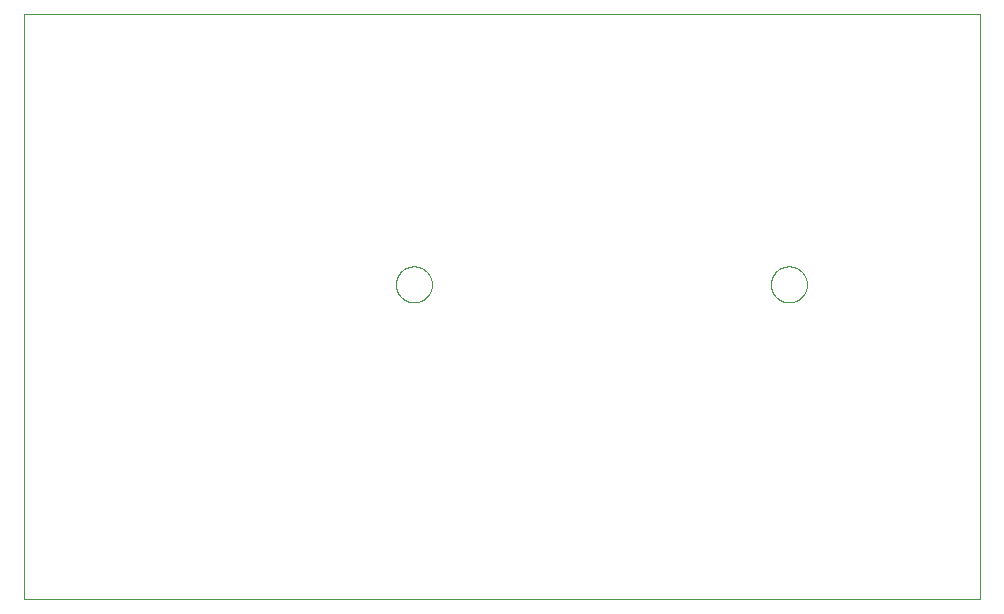
<source format=gko>
G75*
%MOIN*%
%OFA0B0*%
%FSLAX25Y25*%
%IPPOS*%
%LPD*%
%AMOC8*
5,1,8,0,0,1.08239X$1,22.5*
%
%ADD10C,0.00000*%
D10*
X0046300Y0041300D02*
X0046300Y0236261D01*
X0365001Y0236261D01*
X0365001Y0041300D01*
X0046300Y0041300D01*
X0170300Y0146300D02*
X0170302Y0146454D01*
X0170308Y0146609D01*
X0170318Y0146763D01*
X0170332Y0146917D01*
X0170350Y0147070D01*
X0170371Y0147223D01*
X0170397Y0147376D01*
X0170427Y0147527D01*
X0170460Y0147678D01*
X0170498Y0147828D01*
X0170539Y0147977D01*
X0170584Y0148125D01*
X0170633Y0148271D01*
X0170686Y0148417D01*
X0170742Y0148560D01*
X0170802Y0148703D01*
X0170866Y0148843D01*
X0170933Y0148983D01*
X0171004Y0149120D01*
X0171078Y0149255D01*
X0171156Y0149389D01*
X0171237Y0149520D01*
X0171322Y0149649D01*
X0171410Y0149777D01*
X0171501Y0149901D01*
X0171595Y0150024D01*
X0171693Y0150144D01*
X0171793Y0150261D01*
X0171897Y0150376D01*
X0172003Y0150488D01*
X0172112Y0150597D01*
X0172224Y0150703D01*
X0172339Y0150807D01*
X0172456Y0150907D01*
X0172576Y0151005D01*
X0172699Y0151099D01*
X0172823Y0151190D01*
X0172951Y0151278D01*
X0173080Y0151363D01*
X0173211Y0151444D01*
X0173345Y0151522D01*
X0173480Y0151596D01*
X0173617Y0151667D01*
X0173757Y0151734D01*
X0173897Y0151798D01*
X0174040Y0151858D01*
X0174183Y0151914D01*
X0174329Y0151967D01*
X0174475Y0152016D01*
X0174623Y0152061D01*
X0174772Y0152102D01*
X0174922Y0152140D01*
X0175073Y0152173D01*
X0175224Y0152203D01*
X0175377Y0152229D01*
X0175530Y0152250D01*
X0175683Y0152268D01*
X0175837Y0152282D01*
X0175991Y0152292D01*
X0176146Y0152298D01*
X0176300Y0152300D01*
X0176454Y0152298D01*
X0176609Y0152292D01*
X0176763Y0152282D01*
X0176917Y0152268D01*
X0177070Y0152250D01*
X0177223Y0152229D01*
X0177376Y0152203D01*
X0177527Y0152173D01*
X0177678Y0152140D01*
X0177828Y0152102D01*
X0177977Y0152061D01*
X0178125Y0152016D01*
X0178271Y0151967D01*
X0178417Y0151914D01*
X0178560Y0151858D01*
X0178703Y0151798D01*
X0178843Y0151734D01*
X0178983Y0151667D01*
X0179120Y0151596D01*
X0179255Y0151522D01*
X0179389Y0151444D01*
X0179520Y0151363D01*
X0179649Y0151278D01*
X0179777Y0151190D01*
X0179901Y0151099D01*
X0180024Y0151005D01*
X0180144Y0150907D01*
X0180261Y0150807D01*
X0180376Y0150703D01*
X0180488Y0150597D01*
X0180597Y0150488D01*
X0180703Y0150376D01*
X0180807Y0150261D01*
X0180907Y0150144D01*
X0181005Y0150024D01*
X0181099Y0149901D01*
X0181190Y0149777D01*
X0181278Y0149649D01*
X0181363Y0149520D01*
X0181444Y0149389D01*
X0181522Y0149255D01*
X0181596Y0149120D01*
X0181667Y0148983D01*
X0181734Y0148843D01*
X0181798Y0148703D01*
X0181858Y0148560D01*
X0181914Y0148417D01*
X0181967Y0148271D01*
X0182016Y0148125D01*
X0182061Y0147977D01*
X0182102Y0147828D01*
X0182140Y0147678D01*
X0182173Y0147527D01*
X0182203Y0147376D01*
X0182229Y0147223D01*
X0182250Y0147070D01*
X0182268Y0146917D01*
X0182282Y0146763D01*
X0182292Y0146609D01*
X0182298Y0146454D01*
X0182300Y0146300D01*
X0182298Y0146146D01*
X0182292Y0145991D01*
X0182282Y0145837D01*
X0182268Y0145683D01*
X0182250Y0145530D01*
X0182229Y0145377D01*
X0182203Y0145224D01*
X0182173Y0145073D01*
X0182140Y0144922D01*
X0182102Y0144772D01*
X0182061Y0144623D01*
X0182016Y0144475D01*
X0181967Y0144329D01*
X0181914Y0144183D01*
X0181858Y0144040D01*
X0181798Y0143897D01*
X0181734Y0143757D01*
X0181667Y0143617D01*
X0181596Y0143480D01*
X0181522Y0143345D01*
X0181444Y0143211D01*
X0181363Y0143080D01*
X0181278Y0142951D01*
X0181190Y0142823D01*
X0181099Y0142699D01*
X0181005Y0142576D01*
X0180907Y0142456D01*
X0180807Y0142339D01*
X0180703Y0142224D01*
X0180597Y0142112D01*
X0180488Y0142003D01*
X0180376Y0141897D01*
X0180261Y0141793D01*
X0180144Y0141693D01*
X0180024Y0141595D01*
X0179901Y0141501D01*
X0179777Y0141410D01*
X0179649Y0141322D01*
X0179520Y0141237D01*
X0179389Y0141156D01*
X0179255Y0141078D01*
X0179120Y0141004D01*
X0178983Y0140933D01*
X0178843Y0140866D01*
X0178703Y0140802D01*
X0178560Y0140742D01*
X0178417Y0140686D01*
X0178271Y0140633D01*
X0178125Y0140584D01*
X0177977Y0140539D01*
X0177828Y0140498D01*
X0177678Y0140460D01*
X0177527Y0140427D01*
X0177376Y0140397D01*
X0177223Y0140371D01*
X0177070Y0140350D01*
X0176917Y0140332D01*
X0176763Y0140318D01*
X0176609Y0140308D01*
X0176454Y0140302D01*
X0176300Y0140300D01*
X0176146Y0140302D01*
X0175991Y0140308D01*
X0175837Y0140318D01*
X0175683Y0140332D01*
X0175530Y0140350D01*
X0175377Y0140371D01*
X0175224Y0140397D01*
X0175073Y0140427D01*
X0174922Y0140460D01*
X0174772Y0140498D01*
X0174623Y0140539D01*
X0174475Y0140584D01*
X0174329Y0140633D01*
X0174183Y0140686D01*
X0174040Y0140742D01*
X0173897Y0140802D01*
X0173757Y0140866D01*
X0173617Y0140933D01*
X0173480Y0141004D01*
X0173345Y0141078D01*
X0173211Y0141156D01*
X0173080Y0141237D01*
X0172951Y0141322D01*
X0172823Y0141410D01*
X0172699Y0141501D01*
X0172576Y0141595D01*
X0172456Y0141693D01*
X0172339Y0141793D01*
X0172224Y0141897D01*
X0172112Y0142003D01*
X0172003Y0142112D01*
X0171897Y0142224D01*
X0171793Y0142339D01*
X0171693Y0142456D01*
X0171595Y0142576D01*
X0171501Y0142699D01*
X0171410Y0142823D01*
X0171322Y0142951D01*
X0171237Y0143080D01*
X0171156Y0143211D01*
X0171078Y0143345D01*
X0171004Y0143480D01*
X0170933Y0143617D01*
X0170866Y0143757D01*
X0170802Y0143897D01*
X0170742Y0144040D01*
X0170686Y0144183D01*
X0170633Y0144329D01*
X0170584Y0144475D01*
X0170539Y0144623D01*
X0170498Y0144772D01*
X0170460Y0144922D01*
X0170427Y0145073D01*
X0170397Y0145224D01*
X0170371Y0145377D01*
X0170350Y0145530D01*
X0170332Y0145683D01*
X0170318Y0145837D01*
X0170308Y0145991D01*
X0170302Y0146146D01*
X0170300Y0146300D01*
X0295300Y0146300D02*
X0295302Y0146454D01*
X0295308Y0146609D01*
X0295318Y0146763D01*
X0295332Y0146917D01*
X0295350Y0147070D01*
X0295371Y0147223D01*
X0295397Y0147376D01*
X0295427Y0147527D01*
X0295460Y0147678D01*
X0295498Y0147828D01*
X0295539Y0147977D01*
X0295584Y0148125D01*
X0295633Y0148271D01*
X0295686Y0148417D01*
X0295742Y0148560D01*
X0295802Y0148703D01*
X0295866Y0148843D01*
X0295933Y0148983D01*
X0296004Y0149120D01*
X0296078Y0149255D01*
X0296156Y0149389D01*
X0296237Y0149520D01*
X0296322Y0149649D01*
X0296410Y0149777D01*
X0296501Y0149901D01*
X0296595Y0150024D01*
X0296693Y0150144D01*
X0296793Y0150261D01*
X0296897Y0150376D01*
X0297003Y0150488D01*
X0297112Y0150597D01*
X0297224Y0150703D01*
X0297339Y0150807D01*
X0297456Y0150907D01*
X0297576Y0151005D01*
X0297699Y0151099D01*
X0297823Y0151190D01*
X0297951Y0151278D01*
X0298080Y0151363D01*
X0298211Y0151444D01*
X0298345Y0151522D01*
X0298480Y0151596D01*
X0298617Y0151667D01*
X0298757Y0151734D01*
X0298897Y0151798D01*
X0299040Y0151858D01*
X0299183Y0151914D01*
X0299329Y0151967D01*
X0299475Y0152016D01*
X0299623Y0152061D01*
X0299772Y0152102D01*
X0299922Y0152140D01*
X0300073Y0152173D01*
X0300224Y0152203D01*
X0300377Y0152229D01*
X0300530Y0152250D01*
X0300683Y0152268D01*
X0300837Y0152282D01*
X0300991Y0152292D01*
X0301146Y0152298D01*
X0301300Y0152300D01*
X0301454Y0152298D01*
X0301609Y0152292D01*
X0301763Y0152282D01*
X0301917Y0152268D01*
X0302070Y0152250D01*
X0302223Y0152229D01*
X0302376Y0152203D01*
X0302527Y0152173D01*
X0302678Y0152140D01*
X0302828Y0152102D01*
X0302977Y0152061D01*
X0303125Y0152016D01*
X0303271Y0151967D01*
X0303417Y0151914D01*
X0303560Y0151858D01*
X0303703Y0151798D01*
X0303843Y0151734D01*
X0303983Y0151667D01*
X0304120Y0151596D01*
X0304255Y0151522D01*
X0304389Y0151444D01*
X0304520Y0151363D01*
X0304649Y0151278D01*
X0304777Y0151190D01*
X0304901Y0151099D01*
X0305024Y0151005D01*
X0305144Y0150907D01*
X0305261Y0150807D01*
X0305376Y0150703D01*
X0305488Y0150597D01*
X0305597Y0150488D01*
X0305703Y0150376D01*
X0305807Y0150261D01*
X0305907Y0150144D01*
X0306005Y0150024D01*
X0306099Y0149901D01*
X0306190Y0149777D01*
X0306278Y0149649D01*
X0306363Y0149520D01*
X0306444Y0149389D01*
X0306522Y0149255D01*
X0306596Y0149120D01*
X0306667Y0148983D01*
X0306734Y0148843D01*
X0306798Y0148703D01*
X0306858Y0148560D01*
X0306914Y0148417D01*
X0306967Y0148271D01*
X0307016Y0148125D01*
X0307061Y0147977D01*
X0307102Y0147828D01*
X0307140Y0147678D01*
X0307173Y0147527D01*
X0307203Y0147376D01*
X0307229Y0147223D01*
X0307250Y0147070D01*
X0307268Y0146917D01*
X0307282Y0146763D01*
X0307292Y0146609D01*
X0307298Y0146454D01*
X0307300Y0146300D01*
X0307298Y0146146D01*
X0307292Y0145991D01*
X0307282Y0145837D01*
X0307268Y0145683D01*
X0307250Y0145530D01*
X0307229Y0145377D01*
X0307203Y0145224D01*
X0307173Y0145073D01*
X0307140Y0144922D01*
X0307102Y0144772D01*
X0307061Y0144623D01*
X0307016Y0144475D01*
X0306967Y0144329D01*
X0306914Y0144183D01*
X0306858Y0144040D01*
X0306798Y0143897D01*
X0306734Y0143757D01*
X0306667Y0143617D01*
X0306596Y0143480D01*
X0306522Y0143345D01*
X0306444Y0143211D01*
X0306363Y0143080D01*
X0306278Y0142951D01*
X0306190Y0142823D01*
X0306099Y0142699D01*
X0306005Y0142576D01*
X0305907Y0142456D01*
X0305807Y0142339D01*
X0305703Y0142224D01*
X0305597Y0142112D01*
X0305488Y0142003D01*
X0305376Y0141897D01*
X0305261Y0141793D01*
X0305144Y0141693D01*
X0305024Y0141595D01*
X0304901Y0141501D01*
X0304777Y0141410D01*
X0304649Y0141322D01*
X0304520Y0141237D01*
X0304389Y0141156D01*
X0304255Y0141078D01*
X0304120Y0141004D01*
X0303983Y0140933D01*
X0303843Y0140866D01*
X0303703Y0140802D01*
X0303560Y0140742D01*
X0303417Y0140686D01*
X0303271Y0140633D01*
X0303125Y0140584D01*
X0302977Y0140539D01*
X0302828Y0140498D01*
X0302678Y0140460D01*
X0302527Y0140427D01*
X0302376Y0140397D01*
X0302223Y0140371D01*
X0302070Y0140350D01*
X0301917Y0140332D01*
X0301763Y0140318D01*
X0301609Y0140308D01*
X0301454Y0140302D01*
X0301300Y0140300D01*
X0301146Y0140302D01*
X0300991Y0140308D01*
X0300837Y0140318D01*
X0300683Y0140332D01*
X0300530Y0140350D01*
X0300377Y0140371D01*
X0300224Y0140397D01*
X0300073Y0140427D01*
X0299922Y0140460D01*
X0299772Y0140498D01*
X0299623Y0140539D01*
X0299475Y0140584D01*
X0299329Y0140633D01*
X0299183Y0140686D01*
X0299040Y0140742D01*
X0298897Y0140802D01*
X0298757Y0140866D01*
X0298617Y0140933D01*
X0298480Y0141004D01*
X0298345Y0141078D01*
X0298211Y0141156D01*
X0298080Y0141237D01*
X0297951Y0141322D01*
X0297823Y0141410D01*
X0297699Y0141501D01*
X0297576Y0141595D01*
X0297456Y0141693D01*
X0297339Y0141793D01*
X0297224Y0141897D01*
X0297112Y0142003D01*
X0297003Y0142112D01*
X0296897Y0142224D01*
X0296793Y0142339D01*
X0296693Y0142456D01*
X0296595Y0142576D01*
X0296501Y0142699D01*
X0296410Y0142823D01*
X0296322Y0142951D01*
X0296237Y0143080D01*
X0296156Y0143211D01*
X0296078Y0143345D01*
X0296004Y0143480D01*
X0295933Y0143617D01*
X0295866Y0143757D01*
X0295802Y0143897D01*
X0295742Y0144040D01*
X0295686Y0144183D01*
X0295633Y0144329D01*
X0295584Y0144475D01*
X0295539Y0144623D01*
X0295498Y0144772D01*
X0295460Y0144922D01*
X0295427Y0145073D01*
X0295397Y0145224D01*
X0295371Y0145377D01*
X0295350Y0145530D01*
X0295332Y0145683D01*
X0295318Y0145837D01*
X0295308Y0145991D01*
X0295302Y0146146D01*
X0295300Y0146300D01*
M02*

</source>
